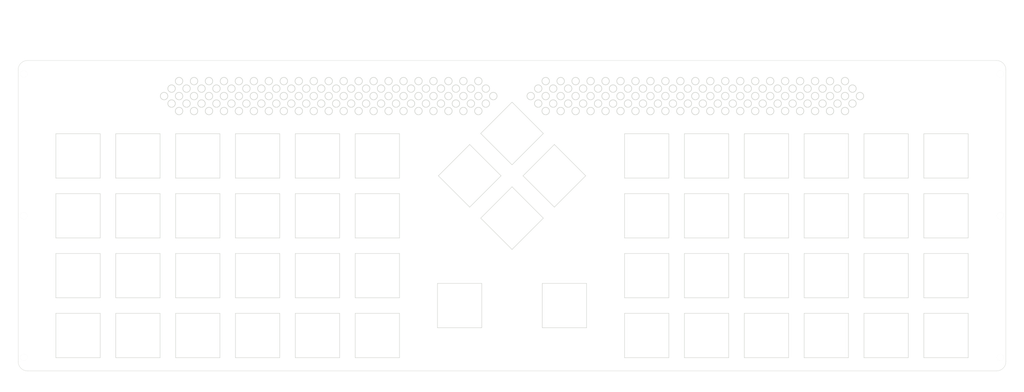
<source format=kicad_pcb>
(kicad_pcb (version 20211014) (generator pcbnew)
  (layers (0 "F.Cu" signal) (31 "B.Cu" signal) (34 "B.Paste" user) (35 "F.Paste" user) (36 "B.SilkS" user "B.Silkscreen") (37 "F.SilkS" user "F.Silkscreen") (38 "B.Mask" user) (39 "F.Mask" user) (44 "Edge.Cuts" user))
  (net 0 "")
  (footprint "kbd_Hole:m2_Screw_Hole_EdgeCuts" (layer "F.Cu") (at 16.075 21.55)
    (fp_text reference "J2" hide)
    (fp_text value "Conn_01x01" hide)
    (fp_circle (center 0 0) (end 1.1 0) (layer "Edge.Cuts") (width 0.01) (fill none))
  )
  (footprint "kbd_Hole:m2_Screw_Hole_EdgeCuts" (layer "F.Cu") (at 16.075 66.65)
    (fp_text reference "J3" hide)
    (fp_text value "Conn_01x01" hide)
    (fp_circle (center 0 0) (end 1.1 0) (layer "Edge.Cuts") (width 0.01) (fill none))
  )
  (footprint "kbd_Hole:m2_Screw_Hole_EdgeCuts" (layer "F.Cu") (at 16.075 111.75)
    (fp_text reference "J4" hide)
    (fp_text value "Conn_01x01" hide)
    (fp_circle (center 0 0) (end 1.1 0) (layer "Edge.Cuts") (width 0.01) (fill none))
  )
  (footprint "kbd_Hole:m2_Screw_Hole_EdgeCuts" (layer "F.Cu") (at 326.825 21.55)
    (fp_text reference "J5" hide)
    (fp_text value "Conn_01x01" hide)
    (fp_circle (center 0 0) (end 1.1 0) (layer "Edge.Cuts") (width 0.01) (fill none))
  )
  (footprint "kbd_Hole:m2_Screw_Hole_EdgeCuts" (layer "F.Cu") (at 326.825 66.65)
    (fp_text reference "J6" hide)
    (fp_text value "Conn_01x01" hide)
    (fp_circle (center 0 0) (end 1.1 0) (layer "Edge.Cuts") (width 0.01) (fill none))
  )
  (footprint "kbd_Hole:m2_Screw_Hole_EdgeCuts" (layer "F.Cu") (at 326.825 111.75)
    (fp_text reference "J7" hide)
    (fp_text value "Conn_01x01" hide)
    (fp_circle (center 0 0) (end 1.1 0) (layer "Edge.Cuts") (width 0.01) (fill none))
  )
  (footprint "kbd_Hole:m2_Screw_Hole_Fab" (layer "F.Cu") (at 11.075 13.05)
    (fp_text reference "J8" hide)
    (fp_text value "Conn_01x01" hide)
  )
  (footprint "kbd_Hole:m2_Screw_Hole_Fab" (layer "F.Cu") (at 11.075 66.65)
    (fp_text reference "J9" hide)
    (fp_text value "Conn_01x01" hide)
  )
  (footprint "kbd_Hole:m2_Screw_Hole_Fab" (layer "F.Cu") (at 11.075 120.25)
    (fp_text reference "J10" hide)
    (fp_text value "Conn_01x01" hide)
  )
  (footprint "kbd_Hole:m2_Screw_Hole_Fab" (layer "F.Cu") (at 108.575 13.05)
    (fp_text reference "J11" hide)
    (fp_text value "Conn_01x01" hide)
  )
  (footprint "kbd_Hole:m2_Screw_Hole_Fab" (layer "F.Cu") (at 234.325 13.05)
    (fp_text reference "J12" hide)
    (fp_text value "Conn_01x01" hide)
  )
  (footprint "kbd_Hole:m2_Screw_Hole_Fab" (layer "F.Cu") (at 108.575 120.25)
    (fp_text reference "J13" hide)
    (fp_text value "Conn_01x01" hide)
  )
  (footprint "kbd_Hole:m2_Screw_Hole_Fab" (layer "F.Cu") (at 234.325 120.25)
    (fp_text reference "J14" hide)
    (fp_text value "Conn_01x01" hide)
  )
  (footprint "kbd_Hole:m2_Screw_Hole_Fab" (layer "F.Cu") (at 331.825 13.05)
    (fp_text reference "J15" hide)
    (fp_text value "Conn_01x01" hide)
  )
  (footprint "kbd_Hole:m2_Screw_Hole_Fab" (layer "F.Cu") (at 331.825 66.65)
    (fp_text reference "J16" hide)
    (fp_text value "Conn_01x01" hide)
  )
  (footprint "kbd_Hole:m2_Screw_Hole_Fab" (layer "F.Cu") (at 331.825 120.25)
    (fp_text reference "J17" hide)
    (fp_text value "Conn_01x01" hide)
  )
  (footprint "kbd_SW_Hole:SW_Hole_1u" (layer "F.Cu") (at 252.4125 47.625)
    (fp_text reference "SW36" hide)
    (fp_text value "SW_PUSH" hide)
    (fp_line (start 7.05 -7.05) (end 7.05 7.05) (layer "Edge.Cuts") (width 0.15))
    (fp_line (start -7.05 7.05) (end -7.05 -7.05) (layer "Edge.Cuts") (width 0.15))
    (fp_line (start 7.05 7.05) (end -7.05 7.05) (layer "Edge.Cuts") (width 0.15))
    (fp_line (start -7.05 -7.05) (end 7.05 -7.05) (layer "Edge.Cuts") (width 0.15))
  )
  (footprint "kbd_SW_Hole:SW_Hole_1u" (layer "F.Cu") (at 184.920385 53.951635 45)
    (fp_text reference "SW52" hide)
    (fp_text value "SW_PUSH" hide)
    (fp_line (start -7.05 7.05) (end -7.05 -7.05) (layer "Edge.Cuts") (width 0.15))
    (fp_line (start -7.05 -7.05) (end 7.05 -7.05) (layer "Edge.Cuts") (width 0.15))
    (fp_line (start 7.05 -7.05) (end 7.05 7.05) (layer "Edge.Cuts") (width 0.15))
    (fp_line (start 7.05 7.05) (end -7.05 7.05) (layer "Edge.Cuts") (width 0.15))
  )
  (footprint "kbd_SW_Hole:SW_Hole_1u" (layer "F.Cu") (at 52.3875 47.625)
    (fp_text reference "SW5" hide)
    (fp_text value "SW_PUSH" hide)
    (fp_line (start 7.05 7.05) (end -7.05 7.05) (layer "Edge.Cuts") (width 0.15))
    (fp_line (start -7.05 7.05) (end -7.05 -7.05) (layer "Edge.Cuts") (width 0.15))
    (fp_line (start -7.05 -7.05) (end 7.05 -7.05) (layer "Edge.Cuts") (width 0.15))
    (fp_line (start 7.05 -7.05) (end 7.05 7.05) (layer "Edge.Cuts") (width 0.15))
  )
  (footprint "kbd_SW_Hole:SW_Hole_1u" (layer "F.Cu") (at 290.5125 47.625)
    (fp_text reference "SW44" hide)
    (fp_text value "SW_PUSH" hide)
    (fp_line (start 7.05 7.05) (end -7.05 7.05) (layer "Edge.Cuts") (width 0.15))
    (fp_line (start 7.05 -7.05) (end 7.05 7.05) (layer "Edge.Cuts") (width 0.15))
    (fp_line (start -7.05 -7.05) (end 7.05 -7.05) (layer "Edge.Cuts") (width 0.15))
    (fp_line (start -7.05 7.05) (end -7.05 -7.05) (layer "Edge.Cuts") (width 0.15))
  )
  (footprint "kbd_SW_Hole:SW_Hole_1u" (layer "F.Cu") (at 214.3125 85.725)
    (fp_text reference "SW30" hide)
    (fp_text value "SW_PUSH" hide)
    (fp_line (start -7.05 -7.05) (end 7.05 -7.05) (layer "Edge.Cuts") (width 0.15))
    (fp_line (start 7.05 7.05) (end -7.05 7.05) (layer "Edge.Cuts") (width 0.15))
    (fp_line (start 7.05 -7.05) (end 7.05 7.05) (layer "Edge.Cuts") (width 0.15))
    (fp_line (start -7.05 7.05) (end -7.05 -7.05) (layer "Edge.Cuts") (width 0.15))
  )
  (footprint "kbd_SW_Hole:SW_Hole_1u" (layer "F.Cu") (at 109.5375 85.725)
    (fp_text reference "SW19" hide)
    (fp_text value "SW_PUSH" hide)
    (fp_line (start 7.05 7.05) (end -7.05 7.05) (layer "Edge.Cuts") (width 0.15))
    (fp_line (start 7.05 -7.05) (end 7.05 7.05) (layer "Edge.Cuts") (width 0.15))
    (fp_line (start -7.05 -7.05) (end 7.05 -7.05) (layer "Edge.Cuts") (width 0.15))
    (fp_line (start -7.05 7.05) (end -7.05 -7.05) (layer "Edge.Cuts") (width 0.15))
  )
  (footprint "kbd_SW_Hole:SW_Hole_1u" (layer "F.Cu") (at 33.3375 85.725)
    (fp_text reference "SW3" hide)
    (fp_text value "SW_PUSH" hide)
    (fp_line (start -7.05 -7.05) (end 7.05 -7.05) (layer "Edge.Cuts") (width 0.15))
    (fp_line (start -7.05 7.05) (end -7.05 -7.05) (layer "Edge.Cuts") (width 0.15))
    (fp_line (start 7.05 -7.05) (end 7.05 7.05) (layer "Edge.Cuts") (width 0.15))
    (fp_line (start 7.05 7.05) (end -7.05 7.05) (layer "Edge.Cuts") (width 0.15))
  )
  (footprint "kbd_SW_Hole:SW_Hole_1u" (layer "F.Cu") (at 271.4625 85.725)
    (fp_text reference "SW42" hide)
    (fp_text value "SW_PUSH" hide)
    (fp_line (start 7.05 7.05) (end -7.05 7.05) (layer "Edge.Cuts") (width 0.15))
    (fp_line (start -7.05 7.05) (end -7.05 -7.05) (layer "Edge.Cuts") (width 0.15))
    (fp_line (start 7.05 -7.05) (end 7.05 7.05) (layer "Edge.Cuts") (width 0.15))
    (fp_line (start -7.05 -7.05) (end 7.05 -7.05) (layer "Edge.Cuts") (width 0.15))
  )
  (footprint "kbd_SW_Hole:SW_Hole_1u" (layer "F.Cu") (at 252.4125 85.725)
    (fp_text reference "SW38" hide)
    (fp_text value "SW_PUSH" hide)
    (fp_line (start -7.05 -7.05) (end 7.05 -7.05) (layer "Edge.Cuts") (width 0.15))
    (fp_line (start 7.05 -7.05) (end 7.05 7.05) (layer "Edge.Cuts") (width 0.15))
    (fp_line (start 7.05 7.05) (end -7.05 7.05) (layer "Edge.Cuts") (width 0.15))
    (fp_line (start -7.05 7.05) (end -7.05 -7.05) (layer "Edge.Cuts") (width 0.15))
  )
  (footprint "kbd_SW_Hole:SW_Hole_1u" (layer "F.Cu") (at 71.4375 66.675)
    (fp_text reference "SW10" hide)
    (fp_text value "SW_PUSH" hide)
    (fp_line (start -7.05 7.05) (end -7.05 -7.05) (layer "Edge.Cuts") (width 0.15))
    (fp_line (start -7.05 -7.05) (end 7.05 -7.05) (layer "Edge.Cuts") (width 0.15))
    (fp_line (start 7.05 -7.05) (end 7.05 7.05) (layer "Edge.Cuts") (width 0.15))
    (fp_line (start 7.05 7.05) (end -7.05 7.05) (layer "Edge.Cuts") (width 0.15))
  )
  (footprint "kbd_SW_Hole:SW_Hole_1u" (layer "F.Cu") (at 252.4125 104.775)
    (fp_text reference "SW39" hide)
    (fp_text value "SW_PUSH" hide)
    (fp_line (start -7.05 -7.05) (end 7.05 -7.05) (layer "Edge.Cuts") (width 0.15))
    (fp_line (start 7.05 7.05) (end -7.05 7.05) (layer "Edge.Cuts") (width 0.15))
    (fp_line (start 7.05 -7.05) (end 7.05 7.05) (layer "Edge.Cuts") (width 0.15))
    (fp_line (start -7.05 7.05) (end -7.05 -7.05) (layer "Edge.Cuts") (width 0.15))
  )
  (footprint "kbd_SW_Hole:SW_Hole_1u" (layer "F.Cu") (at 128.5875 66.675)
    (fp_text reference "SW22" hide)
    (fp_text value "SW_PUSH" hide)
    (fp_line (start 7.05 7.05) (end -7.05 7.05) (layer "Edge.Cuts") (width 0.15))
    (fp_line (start -7.05 -7.05) (end 7.05 -7.05) (layer "Edge.Cuts") (width 0.15))
    (fp_line (start 7.05 -7.05) (end 7.05 7.05) (layer "Edge.Cuts") (width 0.15))
    (fp_line (start -7.05 7.05) (end -7.05 -7.05) (layer "Edge.Cuts") (width 0.15))
  )
  (footprint "kbd_SW_Hole:SW_Hole_1u" (layer "F.Cu") (at 90.4875 104.775)
    (fp_text reference "SW16" hide)
    (fp_text value "SW_PUSH" hide)
    (fp_line (start -7.05 7.05) (end -7.05 -7.05) (layer "Edge.Cuts") (width 0.15))
    (fp_line (start 7.05 7.05) (end -7.05 7.05) (layer "Edge.Cuts") (width 0.15))
    (fp_line (start 7.05 -7.05) (end 7.05 7.05) (layer "Edge.Cuts") (width 0.15))
    (fp_line (start -7.05 -7.05) (end 7.05 -7.05) (layer "Edge.Cuts") (width 0.15))
  )
  (footprint "kbd_SW_Hole:SW_Hole_1u" (layer "F.Cu") (at 290.5125 85.725)
    (fp_text reference "SW46" hide)
    (fp_text value "SW_PUSH" hide)
    (fp_line (start -7.05 -7.05) (end 7.05 -7.05) (layer "Edge.Cuts") (width 0.15))
    (fp_line (start 7.05 -7.05) (end 7.05 7.05) (layer "Edge.Cuts") (width 0.15))
    (fp_line (start -7.05 7.05) (end -7.05 -7.05) (layer "Edge.Cuts") (width 0.15))
    (fp_line (start 7.05 7.05) (end -7.05 7.05) (layer "Edge.Cuts") (width 0.15))
  )
  (footprint "kbd_SW_Hole:SW_Hole_1u" (layer "F.Cu") (at 71.4375 47.625)
    (fp_text reference "SW09" hide)
    (fp_text value "SW_PUSH" hide)
    (fp_line (start 7.05 -7.05) (end 7.05 7.05) (layer "Edge.Cuts") (width 0.15))
    (fp_line (start 7.05 7.05) (end -7.05 7.05) (layer "Edge.Cuts") (width 0.15))
    (fp_line (start -7.05 7.05) (end -7.05 -7.05) (layer "Edge.Cuts") (width 0.15))
    (fp_line (start -7.05 -7.05) (end 7.05 -7.05) (layer "Edge.Cuts") (width 0.15))
  )
  (footprint "kbd_SW_Hole:SW_Hole_1u" (layer "F.Cu") (at 233.3625 47.625)
    (fp_text reference "SW32" hide)
    (fp_text value "SW_PUSH" hide)
    (fp_line (start 7.05 -7.05) (end 7.05 7.05) (layer "Edge.Cuts") (width 0.15))
    (fp_line (start 7.05 7.05) (end -7.05 7.05) (layer "Edge.Cuts") (width 0.15))
    (fp_line (start -7.05 -7.05) (end 7.05 -7.05) (layer "Edge.Cuts") (width 0.15))
    (fp_line (start -7.05 7.05) (end -7.05 -7.05) (layer "Edge.Cuts") (width 0.15))
  )
  (footprint "kbd_SW_Hole:SW_Hole_1u" (layer "F.Cu") (at 309.5625 85.725)
    (fp_text reference "SW50" hide)
    (fp_text value "SW_PUSH" hide)
    (fp_line (start 7.05 7.05) (end -7.05 7.05) (layer "Edge.Cuts") (width 0.15))
    (fp_line (start -7.05 -7.05) (end 7.05 -7.05) (layer "Edge.Cuts") (width 0.15))
    (fp_line (start -7.05 7.05) (end -7.05 -7.05) (layer "Edge.Cuts") (width 0.15))
    (fp_line (start 7.05 -7.05) (end 7.05 7.05) (layer "Edge.Cuts") (width 0.15))
  )
  (footprint "kbd_SW_Hole:SW_Hole_1u" (layer "F.Cu") (at 309.5625 104.775)
    (fp_text reference "SW51" hide)
    (fp_text value "SW_PUSH" hide)
    (fp_line (start 7.05 -7.05) (end 7.05 7.05) (layer "Edge.Cuts") (width 0.15))
    (fp_line (start -7.05 -7.05) (end 7.05 -7.05) (layer "Edge.Cuts") (width 0.15))
    (fp_line (start 7.05 7.05) (end -7.05 7.05) (layer "Edge.Cuts") (width 0.15))
    (fp_line (start -7.05 7.05) (end -7.05 -7.05) (layer "Edge.Cuts") (width 0.15))
  )
  (footprint "kbd_SW_Hole:SW_Hole_1u" (layer "F.Cu") (at 233.3625 66.675)
    (fp_text reference "SW33" hide)
    (fp_text value "SW_PUSH" hide)
    (fp_line (start 7.05 -7.05) (end 7.05 7.05) (layer "Edge.Cuts") (width 0.15))
    (fp_line (start 7.05 7.05) (end -7.05 7.05) (layer "Edge.Cuts") (width 0.15))
    (fp_line (start -7.05 7.05) (end -7.05 -7.05) (layer "Edge.Cuts") (width 0.15))
    (fp_line (start -7.05 -7.05) (end 7.05 -7.05) (layer "Edge.Cuts") (width 0.15))
  )
  (footprint "kbd_SW_Hole:SW_Hole_1u" (layer "F.Cu") (at 233.3625 104.775)
    (fp_text reference "SW35" hide)
    (fp_text value "SW_PUSH" hide)
    (fp_line (start 7.05 -7.05) (end 7.05 7.05) (layer "Edge.Cuts") (width 0.15))
    (fp_line (start -7.05 7.05) (end -7.05 -7.05) (layer "Edge.Cuts") (width 0.15))
    (fp_line (start -7.05 -7.05) (end 7.05 -7.05) (layer "Edge.Cuts") (width 0.15))
    (fp_line (start 7.05 7.05) (end -7.05 7.05) (layer "Edge.Cuts") (width 0.15))
  )
  (footprint "kbd_SW_Hole:SW_Hole_1u" (layer "F.Cu") (at 33.3375 47.625)
    (fp_text reference "SW1" hide)
    (fp_text value "SW_PUSH" hide)
    (fp_line (start 7.05 -7.05) (end 7.05 7.05) (layer "Edge.Cuts") (width 0.15))
    (fp_line (start -7.05 -7.05) (end 7.05 -7.05) (layer "Edge.Cuts") (width 0.15))
    (fp_line (start -7.05 7.05) (end -7.05 -7.05) (layer "Edge.Cuts") (width 0.15))
    (fp_line (start 7.05 7.05) (end -7.05 7.05) (layer "Edge.Cuts") (width 0.15))
  )
  (footprint "kbd_SW_Hole:SW_Hole_1u" (layer "F.Cu") (at 154.78125 95.25)
    (fp_text reference "SW27" hide)
    (fp_text value "SW_PUSH" hide)
    (fp_line (start 7.05 -7.05) (end 7.05 7.05) (layer "Edge.Cuts") (width 0.15))
    (fp_line (start -7.05 -7.05) (end 7.05 -7.05) (layer "Edge.Cuts") (width 0.15))
    (fp_line (start 7.05 7.05) (end -7.05 7.05) (layer "Edge.Cuts") (width 0.15))
    (fp_line (start -7.05 7.05) (end -7.05 -7.05) (layer "Edge.Cuts") (width 0.15))
  )
  (footprint "kbd_SW_Hole:SW_Hole_1u" (layer "F.Cu") (at 188.11875 95.25)
    (fp_text reference "SW54" hide)
    (fp_text value "SW_PUSH" hide)
    (fp_line (start -7.05 -7.05) (end 7.05 -7.05) (layer "Edge.Cuts") (width 0.15))
    (fp_line (start 7.05 7.05) (end -7.05 7.05) (layer "Edge.Cuts") (width 0.15))
    (fp_line (start 7.05 -7.05) (end 7.05 7.05) (layer "Edge.Cuts") (width 0.15))
    (fp_line (start -7.05 7.05) (end -7.05 -7.05) (layer "Edge.Cuts") (width 0.15))
  )
  (footprint "kbd_SW_Hole:SW_Hole_1u" (layer "F.Cu") (at 52.3875 85.725)
    (fp_text reference "SW7" hide)
    (fp_text value "SW_PUSH" hide)
    (fp_line (start 7.05 -7.05) (end 7.05 7.05) (layer "Edge.Cuts") (width 0.15))
    (fp_line (start -7.05 -7.05) (end 7.05 -7.05) (layer "Edge.Cuts") (width 0.15))
    (fp_line (start 7.05 7.05) (end -7.05 7.05) (layer "Edge.Cuts") (width 0.15))
    (fp_line (start -7.05 7.05) (end -7.05 -7.05) (layer "Edge.Cuts") (width 0.15))
  )
  (footprint "kbd_SW_Hole:SW_Hole_1u" (layer "F.Cu") (at 271.4625 47.625)
    (fp_text reference "SW40" hide)
    (fp_text value "SW_PUSH" hide)
    (fp_line (start -7.05 -7.05) (end 7.05 -7.05) (layer "Edge.Cuts") (width 0.15))
    (fp_line (start -7.05 7.05) (end -7.05 -7.05) (layer "Edge.Cuts") (width 0.15))
    (fp_line (start 7.05 -7.05) (end 7.05 7.05) (layer "Edge.Cuts") (width 0.15))
    (fp_line (start 7.05 7.05) (end -7.05 7.05) (layer "Edge.Cuts") (width 0.15))
  )
  (footprint "kbd_SW_Hole:SW_Hole_1u" (layer "F.Cu") (at 309.5625 66.675)
    (fp_text reference "SW49" hide)
    (fp_text value "SW_PUSH" hide)
    (fp_line (start -7.05 7.05) (end -7.05 -7.05) (layer "Edge.Cuts") (width 0.15))
    (fp_line (start -7.05 -7.05) (end 7.05 -7.05) (layer "Edge.Cuts") (width 0.15))
    (fp_line (start 7.05 -7.05) (end 7.05 7.05) (layer "Edge.Cuts") (width 0.15))
    (fp_line (start 7.05 7.05) (end -7.05 7.05) (layer "Edge.Cuts") (width 0.15))
  )
  (footprint "kbd_SW_Hole:SW_Hole_1u" (layer "F.Cu") (at 171.45 40.48125 45)
    (fp_text reference "SW25" hide)
    (fp_text value "SW_PUSH" hide)
    (fp_line (start 7.05 -7.05) (end 7.05 7.05) (layer "Edge.Cuts") (width 0.15))
    (fp_line (start 7.05 7.05) (end -7.05 7.05) (layer "Edge.Cuts") (width 0.15))
    (fp_line (start -7.05 7.05) (end -7.05 -7.05) (layer "Edge.Cuts") (width 0.15))
    (fp_line (start -7.05 -7.05) (end 7.05 -7.05) (layer "Edge.Cuts") (width 0.15))
  )
  (footprint "kbd_SW_Hole:SW_Hole_1u" (layer "F.Cu") (at 128.5875 47.625)
    (fp_text reference "SW21" hide)
    (fp_text value "SW_PUSH" hide)
    (fp_line (start -7.05 -7.05) (end 7.05 -7.05) (layer "Edge.Cuts") (width 0.15))
    (fp_line (start 7.05 -7.05) (end 7.05 7.05) (layer "Edge.Cuts") (width 0.15))
    (fp_line (start 7.05 7.05) (end -7.05 7.05) (layer "Edge.Cuts") (width 0.15))
    (fp_line (start -7.05 7.05) (end -7.05 -7.05) (layer "Edge.Cuts") (width 0.15))
  )
  (footprint "kbd_SW_Hole:SW_Hole_1u" (layer "F.Cu") (at 109.5375 104.775)
    (fp_text reference "SW20" hide)
    (fp_text value "SW_PUSH" hide)
    (fp_line (start -7.05 7.05) (end -7.05 -7.05) (layer "Edge.Cuts") (width 0.15))
    (fp_line (start 7.05 7.05) (end -7.05 7.05) (layer "Edge.Cuts") (width 0.15))
    (fp_line (start -7.05 -7.05) (end 7.05 -7.05) (layer "Edge.Cuts") (width 0.15))
    (fp_line (start 7.05 -7.05) (end 7.05 7.05) (layer "Edge.Cuts") (width 0.15))
  )
  (footprint "kbd_SW_Hole:SW_Hole_1u" (layer "F.Cu") (at 52.3875 66.675)
    (fp_text reference "SW6" hide)
    (fp_text value "SW_PUSH" hide)
    (fp_line (start 7.05 -7.05) (end 7.05 7.05) (layer "Edge.Cuts") (width 0.15))
    (fp_line (start 7.05 7.05) (end -7.05 7.05) (layer "Edge.Cuts") (width 0.15))
    (fp_line (start -7.05 -7.05) (end 7.05 -7.05) (layer "Edge.Cuts") (width 0.15))
    (fp_line (start -7.05 7.05) (end -7.05 -7.05) (layer "Edge.Cuts") (width 0.15))
  )
  (footprint "kbd_SW_Hole:SW_Hole_1u" (layer "F.Cu") (at 109.5375 66.675)
    (fp_text reference "SW18" hide)
    (fp_text value "SW_PUSH" hide)
    (fp_line (start 7.05 7.05) (end -7.05 7.05) (layer "Edge.Cuts") (width 0.15))
    (fp_line (start 7.05 -7.05) (end 7.05 7.05) (layer "Edge.Cuts") (width 0.15))
    (fp_line (start -7.05 7.05) (end -7.05 -7.05) (layer "Edge.Cuts") (width 0.15))
    (fp_line (start -7.05 -7.05) (end 7.05 -7.05) (layer "Edge.Cuts") (width 0.15))
  )
  (footprint "kbd_SW_Hole:SW_Hole_1u" (layer "F.Cu") (at 157.979616 53.951635 45)
    (fp_text reference "SW26" hide)
    (fp_text value "SW_PUSH" hide)
    (fp_line (start 7.05 7.05) (end -7.05 7.05) (layer "Edge.Cuts") (width 0.15))
    (fp_line (start -7.05 -7.05) (end 7.05 -7.05) (layer "Edge.Cuts") (width 0.15))
    (fp_line (start -7.05 7.05) (end -7.05 -7.05) (layer "Edge.Cuts") (width 0.15))
    (fp_line (start 7.05 -7.05) (end 7.05 7.05) (layer "Edge.Cuts") (width 0.15))
  )
  (footprint "kbd_SW_Hole:SW_Hole_1u" (layer "F.Cu") (at 214.3125 47.625)
    (fp_text reference "SW28" hide)
    (fp_text value "SW_PUSH" hide)
    (fp_line (start -7.05 7.05) (end -7.05 -7.05) (layer "Edge.Cuts") (width 0.15))
    (fp_line (start -7.05 -7.05) (end 7.05 -7.05) (layer "Edge.Cuts") (width 0.15))
    (fp_line (start 7.05 -7.05) (end 7.05 7.05) (layer "Edge.Cuts") (width 0.15))
    (fp_line (start 7.05 7.05) (end -7.05 7.05) (layer "Edge.Cuts") (width 0.15))
  )
  (footprint "kbd_SW_Hole:SW_Hole_1u" (layer "F.Cu") (at 71.4375 85.725)
    (fp_text reference "SW11" hide)
    (fp_text value "SW_PUSH" hide)
    (fp_line (start 7.05 7.05) (end -7.05 7.05) (layer "Edge.Cuts") (width 0.15))
    (fp_line (start 7.05 -7.05) (end 7.05 7.05) (layer "Edge.Cuts") (width 0.15))
    (fp_line (start -7.05 -7.05) (end 7.05 -7.05) (layer "Edge.Cuts") (width 0.15))
    (fp_line (start -7.05 7.05) (end -7.05 -7.05) (layer "Edge.Cuts") (width 0.15))
  )
  (footprint "kbd_SW_Hole:SW_Hole_1u" (layer "F.Cu") (at 252.4125 66.675)
    (fp_text reference "SW37" hide)
    (fp_text value "SW_PUSH" hide)
    (fp_line (start -7.05 7.05) (end -7.05 -7.05) (layer "Edge.Cuts") (width 0.15))
    (fp_line (start 7.05 7.05) (end -7.05 7.05) (layer "Edge.Cuts") (width 0.15))
    (fp_line (start 7.05 -7.05) (end 7.05 7.05) (layer "Edge.Cuts") (width 0.15))
    (fp_line (start -7.05 -7.05) (end 7.05 -7.05) (layer "Edge.Cuts") (width 0.15))
  )
  (footprint "kbd_SW_Hole:SW_Hole_1u" (layer "F.Cu") (at 271.4625 104.775)
    (fp_text reference "SW43" hide)
    (fp_text value "SW_PUSH" hide)
    (fp_line (start -7.05 7.05) (end -7.05 -7.05) (layer "Edge.Cuts") (width 0.15))
    (fp_line (start -7.05 -7.05) (end 7.05 -7.05) (layer "Edge.Cuts") (width 0.15))
    (fp_line (start 7.05 7.05) (end -7.05 7.05) (layer "Edge.Cuts") (width 0.15))
    (fp_line (start 7.05 -7.05) (end 7.05 7.05) (layer "Edge.Cuts") (width 0.15))
  )
  (footprint "kbd_SW_Hole:SW_Hole_1u" (layer "F.Cu") (at 290.5125 66.675)
    (fp_text reference "SW45" hide)
    (fp_text value "SW_PUSH" hide)
    (fp_line (start -7.05 -7.05) (end 7.05 -7.05) (layer "Edge.Cuts") (width 0.15))
    (fp_line (start 7.05 -7.05) (end 7.05 7.05) (layer "Edge.Cuts") (width 0.15))
    (fp_line (start -7.05 7.05) (end -7.05 -7.05) (layer "Edge.Cuts") (width 0.15))
    (fp_line (start 7.05 7.05) (end -7.05 7.05) (layer "Edge.Cuts") (width 0.15))
  )
  (footprint "kbd_SW_Hole:SW_Hole_1u" (layer "F.Cu") (at 290.5125 104.775)
    (fp_text reference "SW47" hide)
    (fp_text value "SW_PUSH" hide)
    (fp_line (start 7.05 -7.05) (end 7.05 7.05) (layer "Edge.Cuts") (width 0.15))
    (fp_line (start -7.05 7.05) (end -7.05 -7.05) (layer "Edge.Cuts") (width 0.15))
    (fp_line (start -7.05 -7.05) (end 7.05 -7.05) (layer "Edge.Cuts") (width 0.15))
    (fp_line (start 7.05 7.05) (end -7.05 7.05) (layer "Edge.Cuts") (width 0.15))
  )
  (footprint "kbd_SW_Hole:SW_Hole_1u" (layer "F.Cu") (at 71.4375 104.775)
    (fp_text reference "SW12" hide)
    (fp_text value "SW_PUSH" hide)
    (fp_line (start -7.05 -7.05) (end 7.05 -7.05) (layer "Edge.Cuts") (width 0.15))
    (fp_line (start 7.05 7.05) (end -7.05 7.05) (layer "Edge.Cuts") (width 0.15))
    (fp_line (start 7.05 -7.05) (end 7.05 7.05) (layer "Edge.Cuts") (width 0.15))
    (fp_line (start -7.05 7.05) (end -7.05 -7.05) (layer "Edge.Cuts") (width 0.15))
  )
  (footprint "kbd_SW_Hole:SW_Hole_1u" (layer "F.Cu") (at 214.3125 104.775)
    (fp_text reference "SW31" hide)
    (fp_text value "SW_PUSH" hide)
    (fp_line (start -7.05 -7.05) (end 7.05 -7.05) (layer "Edge.Cuts") (width 0.15))
    (fp_line (start -7.05 7.05) (end -7.05 -7.05) (layer "Edge.Cuts") (width 0.15))
    (fp_line (start 7.05 7.05) (end -7.05 7.05) (layer "Edge.Cuts") (width 0.15))
    (fp_line (start 7.05 -7.05) (end 7.05 7.05) (layer "Edge.Cuts") (width 0.15))
  )
  (footprint "kbd_SW_Hole:SW_Hole_1u" (layer "F.Cu") (at 309.5625 47.625)
    (fp_text reference "SW48" hide)
    (fp_text value "SW_PUSH" hide)
    (fp_line (start -7.05 7.05) (end -7.05 -7.05) (layer "Edge.Cuts") (width 0.15))
    (fp_line (start -7.05 -7.05) (end 7.05 -7.05) (layer "Edge.Cuts") (width 0.15))
    (fp_line (start 7.05 -7.05) (end 7.05 7.05) (layer "Edge.Cuts") (width 0.15))
    (fp_line (start 7.05 7.05) (end -7.05 7.05) (layer "Edge.Cuts") (width 0.15))
  )
  (footprint "kbd_SW_Hole:SW_Hole_1u" (layer "F.Cu") (at 90.4875 66.675)
    (fp_text reference "SW14" hide)
    (fp_text value "SW_PUSH" hide)
    (fp_line (start -7.05 -7.05) (end 7.05 -7.05) (layer "Edge.Cuts") (width 0.15))
    (fp_line (start 7.05 7.05) (end -7.05 7.05) (layer "Edge.Cuts") (width 0.15))
    (fp_line (start -7.05 7.05) (end -7.05 -7.05) (layer "Edge.Cuts") (width 0.15))
    (fp_line (start 7.05 -7.05) (end 7.05 7.05) (layer "Edge.Cuts") (width 0.15))
  )
  (footprint "kbd_SW_Hole:SW_Hole_1u" (layer "F.Cu") (at 214.3125 66.675)
    (fp_text reference "SW29" hide)
    (fp_text value "SW_PUSH" hide)
    (fp_line (start 7.05 -7.05) (end 7.05 7.05) (layer "Edge.Cuts") (width 0.15))
    (fp_line (start 7.05 7.05) (end -7.05 7.05) (layer "Edge.Cuts") (width 0.15))
    (fp_line (start -7.05 7.05) (end -7.05 -7.05) (layer "Edge.Cuts") (width 0.15))
    (fp_line (start -7.05 -7.05) (end 7.05 -7.05) (layer "Edge.Cuts") (width 0.15))
  )
  (footprint "kbd_SW_Hole:SW_Hole_1u" (layer "F.Cu") (at 109.5375 47.625)
    (fp_text reference "SW17" hide)
    (fp_text value "SW_PUSH" hide)
    (fp_line (start 7.05 -7.05) (end 7.05 7.05) (layer "Edge.Cuts") (width 0.15))
    (fp_line (start -7.05 -7.05) (end 7.05 -7.05) (layer "Edge.Cuts") (width 0.15))
    (fp_line (start -7.05 7.05) (end -7.05 -7.05) (layer "Edge.Cuts") (width 0.15))
    (fp_line (start 7.05 7.05) (end -7.05 7.05) (layer "Edge.Cuts") (width 0.15))
  )
  (footprint "kbd_SW_Hole:SW_Hole_1u" (layer "F.Cu") (at 90.4875 85.725)
    (fp_text reference "SW15" hide)
    (fp_text value "SW_PUSH" hide)
    (fp_line (start 7.05 7.05) (end -7.05 7.05) (layer "Edge.Cuts") (width 0.15))
    (fp_line (start -7.05 7.05) (end -7.05 -7.05) (layer "Edge.Cuts") (width 0.15))
    (fp_line (start 7.05 -7.05) (end 7.05 7.05) (layer "Edge.Cuts") (width 0.15))
    (fp_line (start -7.05 -7.05) (end 7.05 -7.05) (layer "Edge.Cuts") (width 0.15))
  )
  (footprint "kbd_SW_Hole:SW_Hole_1u" (layer "F.Cu") (at 128.5875 85.725)
    (fp_text reference "SW23" hide)
    (fp_text value "SW_PUSH" hide)
    (fp_line (start -7.05 7.05) (end -7.05 -7.05) (layer "Edge.Cuts") (width 0.15))
    (fp_line (start 7.05 7.05) (end -7.05 7.05) (layer "Edge.Cuts") (width 0.15))
    (fp_line (start -7.05 -7.05) (end 7.05 -7.05) (layer "Edge.Cuts") (width 0.15))
    (fp_line (start 7.05 -7.05) (end 7.05 7.05) (layer "Edge.Cuts") (width 0.15))
  )
  (footprint "kbd_SW_Hole:SW_Hole_1u" (layer "F.Cu") (at 33.3375 66.675)
    (fp_text reference "SW2" hide)
    (fp_text value "SW_PUSH" hide)
    (fp_line (start 7.05 -7.05) (end 7.05 7.05) (layer "Edge.Cuts") (width 0.15))
    (fp_line (start -7.05 7.05) (end -7.05 -7.05) (layer "Edge.Cuts") (width 0.15))
    (fp_line (start 7.05 7.05) (end -7.05 7.05) (layer "Edge.Cuts") (width 0.15))
    (fp_line (start -7.05 -7.05) (end 7.05 -7.05) (layer "Edge.Cuts") (width 0.15))
  )
  (footprint "kbd_SW_Hole:SW_Hole_1u" (layer "F.Cu") (at 128.5875 104.775)
    (fp_text reference "SW24" hide)
    (fp_text value "SW_PUSH" hide)
    (fp_line (start -7.05 7.05) (end -7.05 -7.05) (layer "Edge.Cuts") (width 0.15))
    (fp_line (start 7.05 7.05) (end -7.05 7.05) (layer "Edge.Cuts") (width 0.15))
    (fp_line (start 7.05 -7.05) (end 7.05 7.05) (layer "Edge.Cuts") (width 0.15))
    (fp_line (start -7.05 -7.05) (end 7.05 -7.05) (layer "Edge.Cuts") (width 0.15))
  )
  (footprint "kbd_SW_Hole:SW_Hole_1u" (layer "F.Cu") (at 33.3375 104.775)
    (fp_text reference "SW4" hide)
    (fp_text value "SW_PUSH" hide)
    (fp_line (start -7.05 7.05) (end -7.05 -7.05) (layer "Edge.Cuts") (width 0.15))
    (fp_line (start 7.05 -7.05) (end 7.05 7.05) (layer "Edge.Cuts") (width 0.15))
    (fp_line (start -7.05 -7.05) (end 7.05 -7.05) (layer "Edge.Cuts") (width 0.15))
    (fp_line (start 7.05 7.05) (end -7.05 7.05) (layer "Edge.Cuts") (width 0.15))
  )
  (footprint "kbd_SW_Hole:SW_Hole_1u" (layer "F.Cu") (at 90.4875 47.625)
    (fp_text reference "SW13" hide)
    (fp_text value "SW_PUSH" hide)
    (fp_line (start -7.05 7.05) (end -7.05 -7.05) (layer "Edge.Cuts") (width 0.15))
    (fp_line (start 7.05 -7.05) (end 7.05 7.05) (layer "Edge.Cuts") (width 0.15))
    (fp_line (start 7.05 7.05) (end -7.05 7.05) (layer "Edge.Cuts") (width 0.15))
    (fp_line (start -7.05 -7.05) (end 7.05 -7.05) (layer "Edge.Cuts") (width 0.15))
  )
  (footprint "kbd_SW_Hole:SW_Hole_1u" (layer "F.Cu") (at 52.3875 104.775)
    (fp_text reference "SW8" hide)
    (fp_text value "SW_PUSH" hide)
    (fp_line (start -7.05 7.05) (end -7.05 -7.05) (layer "Edge.Cuts") (width 0.15))
    (fp_line (start 7.05 7.05) (end -7.05 7.05) (layer "Edge.Cuts") (width 0.15))
    (fp_line (start -7.05 -7.05) (end 7.05 -7.05) (layer "Edge.Cuts") (width 0.15))
    (fp_line (start 7.05 -7.05) (end 7.05 7.05) (layer "Edge.Cuts") (width 0.15))
  )
  (footprint "kbd_SW_Hole:SW_Hole_1u" (layer "F.Cu") (at 171.45 67.422019 45)
    (fp_text reference "SW53" hide)
    (fp_text value "SW_PUSH" hide)
    (fp_line (start 7.05 -7.05) (end 7.05 7.05) (layer "Edge.Cuts") (width 0.15))
    (fp_line (start 7.05 7.05) (end -7.05 7.05) (layer "Edge.Cuts") (width 0.15))
    (fp_line (start -7.05 7.05) (end -7.05 -7.05) (layer "Edge.Cuts") (width 0.15))
    (fp_line (start -7.05 -7.05) (end 7.05 -7.05) (layer "Edge.Cuts") (width 0.15))
  )
  (footprint "kbd_SW_Hole:SW_Hole_1u" (layer "F.Cu") (at 233.3625 85.725)
    (fp_text reference "SW34" hide)
    (fp_text value "SW_PUSH" hide)
    (fp_line (start 7.05 7.05) (end -7.05 7.05) (layer "Edge.Cuts") (width 0.15))
    (fp_line (start -7.05 7.05) (end -7.05 -7.05) (layer "Edge.Cuts") (width 0.15))
    (fp_line (start 7.05 -7.05) (end 7.05 7.05) (layer "Edge.Cuts") (width 0.15))
    (fp_line (start -7.05 -7.05) (end 7.05 -7.05) (layer "Edge.Cuts") (width 0.15))
  )
  (footprint "kbd_SW_Hole:SW_Hole_1u" (layer "F.Cu") (at 271.4625 66.675)
    (fp_text reference "SW41" hide)
    (fp_text value "SW_PUSH" hide)
    (fp_line (start 7.05 -7.05) (end 7.05 7.05) (layer "Edge.Cuts") (width 0.15))
    (fp_line (start -7.05 7.05) (end -7.05 -7.05) (layer "Edge.Cuts") (width 0.15))
    (fp_line (start -7.05 -7.05) (end 7.05 -7.05) (layer "Edge.Cuts") (width 0.15))
    (fp_line (start 7.05 7.05) (end -7.05 7.05) (layer "Edge.Cuts") (width 0.15))
  )
  (gr_arc (start 325.625 17.25) (mid 327.74632 18.12868) (end 328.625 20.25) (layer "Edge.Cuts") (width 0.1))
  (gr_arc (start 14.275 20.25) (mid 15.15368 18.12868) (end 17.275 17.25) (layer "Edge.Cuts") (width 0.1))
  (gr_arc (start 17.275 116.05) (mid 15.15368 115.17132) (end 14.275 113.05) (layer "Edge.Cuts") (width 0.1))
  (gr_circle (center 117.871875 33.3375) (end 119.0625 33.3375) (layer "Edge.Cuts") (width 0.2) (fill none))
  (gr_circle (center 141.684375 33.3375) (end 142.875 33.3375) (layer "Edge.Cuts") (width 0.2) (fill none))
  (gr_circle (center 263.128125 33.3375) (end 264.31875 33.3375) (layer "Edge.Cuts") (width 0.2) (fill none))
  (gr_circle (center 275.034375 26.19375) (end 276.225 26.19375) (layer "Edge.Cuts") (width 0.2) (fill none))
  (gr_circle (center 215.503125 23.8125) (end 216.69375 23.8125) (layer "Edge.Cuts") (width 0.2) (fill none))
  (gr_circle (center 144.065625 30.95625) (end 145.25625 30.95625) (layer "Edge.Cuts") (width 0.2) (fill none))
  (gr_circle (center 108.346875 23.8125) (end 109.5375 23.8125) (layer "Edge.Cuts") (width 0.2) (fill none))
  (gr_circle (center 210.740625 23.8125) (end 211.93125 23.8125) (layer "Edge.Cuts") (width 0.2) (fill none))
  (gr_circle (center 122.634375 33.3375) (end 123.825 33.3375) (layer "Edge.Cuts") (width 0.2) (fill none))
  (gr_circle (center 153.590625 26.19375) (end 154.78125 26.19375) (layer "Edge.Cuts") (width 0.2) (fill none))
  (gr_circle (center 227.409375 30.95625) (end 228.6 30.95625) (layer "Edge.Cuts") (width 0.2) (fill none))
  (gr_circle (center 279.796875 26.19375) (end 280.9875 26.19375) (layer "Edge.Cuts") (width 0.2) (fill none))
  (gr_circle (center 117.871875 23.8125) (end 119.0625 23.8125) (layer "Edge.Cuts") (width 0.2) (fill none))
  (gr_circle (center 163.115625 26.19375) (end 164.30625 26.19375) (layer "Edge.Cuts") (width 0.2) (fill none))
  (gr_circle (center 229.790625 33.3375) (end 230.98125 33.3375) (layer "Edge.Cuts") (width 0.2) (fill none))
  (gr_circle (center 82.153125 30.95625) (end 83.34375 30.95625) (layer "Edge.Cuts") (width 0.2) (fill none))
  (gr_circle (center 163.115625 30.95625) (end 164.30625 30.95625) (layer "Edge.Cuts") (width 0.2) (fill none))
  (gr_circle (center 248.840625 33.3375) (end 250.03125 33.3375) (layer "Edge.Cuts") (width 0.2) (fill none))
  (gr_circle (center 258.365625 28.575) (end 259.55625 28.575) (layer "Edge.Cuts") (width 0.2) (fill none))
  (gr_circle (center 196.453125 33.3375) (end 197.64375 33.3375) (layer "Edge.Cuts") (width 0.2) (fill none))
  (gr_circle (center 232.171875 26.19375) (end 233.3625 26.19375) (layer "Edge.Cuts") (width 0.2) (fill none))
  (gr_circle (center 120.253125 26.19375) (end 121.44375 26.19375) (layer "Edge.Cuts") (width 0.2) (fill none))
  (gr_line (start 325.625 17.25) (end 17.275 17.25) (layer "Edge.Cuts") (width 0.1))
  (gr_circle (center 127.396875 33.3375) (end 128.5875 33.3375) (layer "Edge.Cuts") (width 0.2) (fill none))
  (gr_circle (center 194.071875 26.19375) (end 195.2625 26.19375) (layer "Edge.Cuts") (width 0.2) (fill none))
  (gr_circle (center 79.771875 33.3375) (end 80.9625 33.3375) (layer "Edge.Cuts") (width 0.2) (fill none))
  (gr_circle (center 141.684375 28.575) (end 142.875 28.575) (layer "Edge.Cuts") (width 0.2) (fill none))
  (gr_circle (center 217.884375 30.95625) (end 219.075 30.95625) (layer "Edge.Cuts") (width 0.2) (fill none))
  (gr_circle (center 236.934375 30.95625) (end 238.125 30.95625) (layer "Edge.Cuts") (width 0.2) (fill none))
  (gr_circle (center 198.834375 26.19375) (end 200.025 26.19375) (layer "Edge.Cuts") (width 0.2) (fill none))
  (gr_circle (center 234.553125 28.575) (end 235.74375 28.575) (layer "Edge.Cuts") (width 0.2) (fill none))
  (gr_circle (center 267.890625 28.575) (end 269.08125 28.575) (layer "Edge.Cuts") (width 0.2) (fill none))
  (gr_circle (center 75.009375 33.3375) (end 76.2 33.3375) (layer "Edge.Cuts") (width 0.2) (fill none))
  (gr_circle (center 89.296875 33.3375) (end 90.4875 33.3375) (layer "Edge.Cuts") (width 0.2) (fill none))
  (gr_circle (center 60.721875 28.575) (end 61.9125 28.575) (layer "Edge.Cuts") (width 0.2) (fill none))
  (gr_circle (center 132.159375 23.8125) (end 133.35 23.8125) (layer "Edge.Cuts") (width 0.2) (fill none))
  (gr_circle (center 101.203125 26.19375) (end 102.39375 26.19375) (layer "Edge.Cuts") (width 0.2) (fill none))
  (gr_circle (center 196.453125 28.575) (end 197.64375 28.575) (layer "Edge.Cuts") (width 0.2) (fill none))
  (gr_circle (center 270.271875 26.19375) (end 271.4625 26.19375) (layer "Edge.Cuts") (width 0.2) (fill none))
  (gr_circle (center 263.128125 23.8125) (end 264.31875 23.8125) (layer "Edge.Cuts") (width 0.2) (fill none))
  (gr_circle (center 113.109375 33.3375) (end 114.3 33.3375) (layer "Edge.Cuts") (width 0.2) (fill none))
  (gr_circle (center 198.834375 30.95625) (end 200.025 30.95625) (layer "Edge.Cuts") (width 0.2) (fill none))
  (gr_circle (center 241.696875 30.95625) (end 242.8875 30.95625) (layer "Edge.Cuts") (width 0.2) (fill none))
  (gr_circle (center 103.584375 23.8125) (end 104.775 23.8125) (layer "Edge.Cuts") (width 0.2) (fill none))
  (gr_circle (center 177.403125 28.575) (end 178.59375 28.575) (layer "Edge.Cuts") (width 0.2) (fill none))
  (gr_circle (center 129.778125 26.19375) (end 130.96875 26.19375) (layer "Edge.Cuts") (width 0.2) (fill none))
  (gr_circle (center 160.734375 28.575) (end 161.925 28.575) (layer "Edge.Cuts") (width 0.2) (fill none))
  (gr_circle (center 113.109375 28.575) (end 114.3 28.575) (layer "Edge.Cuts") (width 0.2) (fill none))
  (gr_circle (center 79.771875 23.8125) (end 80.9625 23.8125) (layer "Edge.Cuts") (width 0.2) (fill none))
  (gr_circle (center 108.346875 28.575) (end 109.5375 28.575) (layer "Edge.Cuts") (width 0.2) (fill none))
  (gr_circle (center 105.965625 26.19375) (end 107.15625 26.19375) (layer "Edge.Cuts") (width 0.2) (fill none))
  (gr_circle (center 120.253125 30.95625) (end 121.44375 30.95625) (layer "Edge.Cuts") (width 0.2) (fill none))
  (gr_circle (center 201.215625 33.3375) (end 202.40625 33.3375) (layer "Edge.Cuts") (width 0.2) (fill none))
  (gr_circle (center 184.546875 26.19375) (end 185.7375 26.19375) (layer "Edge.Cuts") (width 0.2) (fill none))
  (gr_circle (center 189.309375 30.95625) (end 190.5 30.95625) (layer "Edge.Cuts") (width 0.2) (fill none))
  (gr_circle (center 248.840625 28.575) (end 250.03125 28.575) (layer "Edge.Cuts") (width 0.2) (fill none))
  (gr_circle (center 65.484375 33.3375) (end 66.675 33.3375) (layer "Edge.Cuts") (width 0.2) (fill none))
  (gr_circle (center 136.921875 33.3375) (end 138.1125 33.3375) (layer "Edge.Cuts") (width 0.2) (fill none))
  (gr_circle (center 279.796875 30.95625) (end 280.9875 30.95625) (layer "Edge.Cuts") (width 0.2) (fill none))
  (gr_circle (center 213.121875 26.19375) (end 214.3125 26.19375) (layer "Edge.Cuts") (width 0.2) (fill none))
  (gr_circle (center 244.078125 33.3375) (end 245.26875 33.3375) (layer "Edge.Cuts") (width 0.2) (fill none))
  (gr_circle (center 70.246875 23.8125) (end 71.4375 23.8125) (layer "Edge.Cuts") (width 0.2) (fill none))
  (gr_circle (center 205.978125 23.8125) (end 207.16875 23.8125) (layer "Edge.Cuts") (width 0.2) (fill none))
  (gr_circle (center 275.034375 30.95625) (end 276.225 30.95625) (layer "Edge.Cuts") (width 0.2) (fill none))
  (gr_circle (center 265.509375 26.19375) (end 266.7 26.19375) (layer "Edge.Cuts") (width 0.2) (fill none))
  (gr_circle (center 265.509375 30.95625) (end 266.7 30.95625) (layer "Edge.Cuts") (width 0.2) (fill none))
  (gr_circle (center 125.015625 30.95625) (end 126.20625 30.95625) (layer "Edge.Cuts") (width 0.2) (fill none))
  (gr_circle (center 239.315625 28.575) (end 240.50625 28.575) (layer "Edge.Cuts") (width 0.2) (fill none))
  (gr_circle (center 136.921875 23.8125) (end 138.1125 23.8125) (layer "Edge.Cuts") (width 0.2) (fill none))
  (gr_circle (center 215.503125 33.3375) (end 216.69375 33.3375) (layer "Edge.Cuts") (width 0.2) (fill none))
  (gr_circle (center 108.346875 33.3375) (end 109.5375 33.3375) (layer "Edge.Cuts") (width 0.2) (fill none))
  (gr_circle (center 91.678125 26.19375) (end 92.86875 26.19375) (layer "Edge.Cuts") (width 0.2) (fill none))
  (gr_circle (center 153.590625 30.95625) (end 154.78125 30.95625) (layer "Edge.Cuts") (width 0.2) (fill none))
  (gr_line (start 328.625 113.05) (end 328.625 20.25) (layer "Edge.Cuts") (width 0.1))
  (gr_circle (center 155.971875 23.8125) (end 157.1625 23.8125) (layer "Edge.Cuts") (width 0.2) (fill none))
  (gr_circle (center 110.728125 26.19375) (end 111.91875 26.19375) (layer "Edge.Cuts") (width 0.2) (fill none))
  (gr_circle (center 115.490625 30.95625) (end 116.68125 30.95625) (layer "Edge.Cuts") (width 0.2) (fill none))
  (gr_circle (center 139.303125 26.19375) (end 140.49375 26.19375) (layer "Edge.Cuts") (width 0.2) (fill none))
  (gr_circle (center 75.009375 28.575) (end 76.2 28.575) (layer "Edge.Cuts") (width 0.2) (fill none))
  (gr_circle (center 260.746875 26.19375) (end 261.9375 26.19375) (layer "Edge.Cuts") (width 0.2) (fill none))
  (gr_circle (center 186.928125 23.8125) (end 188.11875 23.8125) (layer "Edge.Cuts") (width 0.2) (fill none))
  (gr_circle (center 96.440625 26.19375) (end 97.63125 26.19375) (layer "Edge.Cuts") (width 0.2) (fill none))
  (gr_circle (center 160.734375 23.8125) (end 161.925 23.8125) (layer "Edge.Cuts") (width 0.2) (fill none))
  (gr_circle (center 86.915625 30.95625) (end 88.10625 30.95625) (layer "Edge.Cuts") (width 0.2) (fill none))
  (gr_circle (center 91.678125 30.95625) (end 92.86875 30.95625) (layer "Edge.Cuts") (width 0.2) (fill none))
  (gr_circle (center 277.415625 28.575) (end 278.60625 28.575) (layer "Edge.Cuts") (width 0.2) (fill none))
  (gr_circle (center 129.778125 30.95625) (end 130.96875 30.95625) (layer "Edge.Cuts") (width 0.2) (fill none))
  (gr_circle (center 234.553125 33.3375) (end 235.74375 33.3375) (layer "Edge.Cuts") (width 0.2) (fill none))
  (gr_circle (center 253.603125 23.8125) (end 254.79375 23.8125) (layer "Edge.Cuts") (width 0.2) (fill none))
  (gr_circle (center 244.078125 23.8125) (end 245.26875 23.8125) (layer "Edge.Cuts") (width 0.2) (fill none))
  (gr_circle (center 248.840625 23.8125) (end 250.03125 23.8125) (layer "Edge.Cuts") (width 0.2) (fill none))
  (gr_circle (center 86.915625 26.19375) (end 88.10625 26.19375) (layer "Edge.Cuts") (width 0.2) (fill none))
  (gr_circle (center 225.028125 23.8125) (end 226.21875 23.8125) (layer "Edge.Cuts") (width 0.2) (fill none))
  (gr_circle (center 151.209375 23.8125) (end 152.4 23.8125) (layer "Edge.Cuts") (width 0.2) (fill none))
  (gr_circle (center 110.728125 30.95625) (end 111.91875 30.95625) (layer "Edge.Cuts") (width 0.2) (fill none))
  (gr_circle (center 208.359375 30.95625) (end 209.55 30.95625) (layer "Edge.Cuts") (width 0.2) (fill none))
  (gr_circle (center 72.628125 30.95625) (end 73.81875 30.95625) (layer "Edge.Cuts") (width 0.2) (fill none))
  (gr_circle (center 191.690625 33.3375) (end 192.88125 33.3375) (layer "Edge.Cuts") (width 0.2) (fill none))
  (gr_circle (center 158.353125 30.95625) (end 159.54375 30.95625) (layer "Edge.Cuts") (width 0.2) (fill none))
  (gr_circle (center 63.103125 30.95625) (end 64.29375 30.95625) (layer "Edge.Cuts") (width 0.2) (fill none))
  (gr_circle (center 98.821875 33.3375) (end 100.0125 33.3375) (layer "Edge.Cuts") (width 0.2) (fill none))
  (gr_circle (center 203.596875 26.19375) (end 204.7875 26.19375) (layer "Edge.Cuts") (width 0.2) (fill none))
  (gr_circle (center 103.584375 28.575) (end 104.775 28.575) (layer "Edge.Cuts") (width 0.2) (fill none))
  (gr_circle (center 220.265625 28.575) (end 221.45625 28.575) (layer "Edge.Cuts") (width 0.2) (fill none))
  (gr_circle (center 277.415625 23.8125) (end 278.60625 23.8125) (layer "Edge.Cuts") (width 0.2) (fill none))
  (gr_circle (center 194.071875 30.95625) (end 195.2625 30.95625) (layer "Edge.Cuts") (width 0.2) (fill none))
  (gr_circle (center 184.546875 30.95625) (end 185.7375 30.95625) (layer "Edge.Cuts") (width 0.2) (fill none))
  (gr_circle (center 179.784375 30.95625) (end 180.975 30.95625) (layer "Edge.Cuts") (width 0.2) (fill none))
  (gr_circle (center 272.653125 33.3375) (end 273.84375 33.3375) (layer "Edge.Cuts") (width 0.2) (fill none))
  (gr_circle (center 148.828125 30.95625) (end 150.01875 30.95625) (layer "Edge.Cuts") (width 0.2) (fill none))
  (gr_circle (center 94.059375 28.575) (end 95.25 28.575) (layer "Edge.Cuts") (width 0.2) (fill none))
  (gr_circle (center 253.603125 33.3375) (end 254.79375 33.3375) (layer "Edge.Cuts") (width 0.2) (fill none))
  (gr_circle (center 182.165625 28.575) (end 183.35625 28.575) (layer "Edge.Cuts") (width 0.2) (fill none))
  (gr_circle (center 189.309375 26.19375) (end 190.5 26.19375) (layer "Edge.Cuts") (width 0.2) (fill none))
  (gr_circle (center 217.884375 26.19375) (end 219.075 26.19375) (layer "Edge.Cuts") (width 0.2) (fill none))
  (gr_circle (center 258.365625 23.8125) (end 259.55625 23.8125) (layer "Edge.Cuts") (width 0.2) (fill none))
  (gr_circle (center 234.553125 23.8125) (end 235.74375 23.8125) (layer "Edge.Cuts") (width 0.2) (fill none))
  (gr_circle (center 82.153125 26.19375) (end 83.34375 26.19375) (layer "Edge.Cuts") (width 0.2) (fill none))
  (gr_circle (center 132.159375 28.575) (end 133.35 28.575) (layer "Edge.Cuts") (width 0.2) (fill none))
  (gr_circle (center 241.696875 26.19375) (end 242.8875 26.19375) (layer "Edge.Cuts") (width 0.2) (fill none))
  (gr_circle (center 141.684375 23.8125) (end 142.875 23.8125) (layer "Edge.Cuts") (width 0.2) (fill none))
  (gr_circle (center 208.359375 26.19375) (end 209.55 26.19375) (layer "Edge.Cuts") (width 0.2) (fill none))
  (gr_circle (center 205.978125 28.575) (end 207.16875 28.575) (layer "Edge.Cuts") (width 0.2) (fill none))
  (gr_circle (center 96.440625 30.95625) (end 97.63125 30.95625) (layer "Edge.Cuts") (width 0.2) (fill none))
  (gr_circle (center 225.028125 28.575) (end 226.21875 28.575) (layer "Edge.Cuts") (width 0.2) (fill none))
  (gr_circle (center 215.503125 28.575) (end 216.69375 28.575) (layer "Edge.Cuts") (width 0.2) (fill none))
  (gr_circle (center 203.596875 30.95625) (end 204.7875 30.95625) (layer "Edge.Cuts") (width 0.2) (fill none))
  (gr_circle (center 98.821875 23.8125) (end 100.0125 23.8125) (layer "Edge.Cuts") (width 0.2) (fill none))
  (gr_circle (center 263.128125 28.575) (end 264.31875 28.575) (layer "Edge.Cuts") (width 0.2) (fill none))
  (gr_circle (center 272.653125 23.8125) (end 273.84375 23.8125) (layer "Edge.Cuts") (width 0.2) (fill none))
  (gr_circle (center 77.390625 26.19375) (end 78.58125 26.19375) (layer "Edge.Cuts") (width 0.2) (fill none))
  (gr_circle (center 227.409375 26.19375) (end 228.6 26.19375) (layer "Edge.Cuts") (width 0.2) (fill none))
  (gr_circle (center 103.584375 33.3375) (end 104.775 33.3375) (layer "Edge.Cuts") (width 0.2) (fill none))
  (gr_circle (center 253.603125 28.575) (end 254.79375 28.575) (layer "Edge.Cuts") (width 0.2) (fill none))
  (gr_circle (center 182.165625 23.8125) (end 183.35625 23.8125) (layer "Edge.Cuts") (width 0.2) (fill none))
  (gr_circle (center 151.209375 33.3375) (end 152.4 33.3375) (layer "Edge.Cuts") (width 0.2) (fill none))
  (gr_circle (center 67.865625 30.95625) (end 69.05625 30.95625) (layer "Edge.Cuts") (width 0.2) (fill none))
  (gr_circle (center 122.634375 23.8125) (end 123.825 23.8125) (layer "Edge.Cuts") (width 0.2) (fill none))
  (gr_circle (center 84.534375 28.575) (end 85.725 28.575) (layer "Edge.Cuts") (width 0.2) (fill none))
  (gr_circle (center 270.271875 30.95625) (end 271.4625 30.95625) (layer "Edge.Cuts") (width 0.2) (fill none))
  (gr_circle (center 94.059375 33.3375) (end 95.25 33.3375) (layer "Edge.Cuts") (width 0.2) (fill none))
  (gr_circle (center 205.978125 33.3375) (end 207.16875 33.3375) (layer "Edge.Cuts") (width 0.2) (fill none))
  (gr_circle (center 186.928125 28.575) (end 188.11875 28.575) (layer "Edge.Cuts") (width 0.2) (fill none))
  (gr_circle (center 70.246875 33.3375) (end 71.4375 33.3375) (layer "Edge.Cuts") (width 0.2) (fill none))
  (gr_circle (center 282.178125 28.575) (end 283.36875 28.575) (layer "Edge.Cuts") (width 0.2) (fill none))
  (gr_circle (center 244.078125 28.575) (end 245.26875 28.575) (layer "Edge.Cuts") (width 0.2) (fill none))
  (gr_circle (center 246.459375 30.95625) (end 247.65 30.95625) (layer "Edge.Cuts") (width 0.2) (fill none))
  (gr_circle (center 186.928125 33.3375) (end 188.11875 33.3375) (layer "Edge.Cuts") (width 0.2) (fill none))
  (gr_circle (center 267.890625 23.8125) (end 269.08125 23.8125) (layer "Edge.Cuts") (width 0.2) (fill none))
  (gr_circle (center 94.059375 23.8125) (end 95.25 23.8125) (layer "Edge.Cuts") (width 0.2) (fill none))
  (gr_circle (center 117.871875 28.575) (end 119.0625 28.575) (layer "Edge.Cuts") (width 0.2) (fill none))
  (gr_circle (center 148.828125 26.19375) (end 150.01875 26.19375) (layer "Edge.Cuts") (width 0.2) (fill none))
  (gr_circle (center 63.103125 26.19375) (end 64.29375 26.19375) (layer "Edge.Cuts") (width 0.2) (fill none))
  (gr_circle (center 160.734375 33.3375) (end 161.925 33.3375) (layer "Edge.Cuts") (width 0.2) (fill none))
  (gr_circle (center 146.446875 33.3375) (end 147.6375 33.3375) (layer "Edge.Cuts") (width 0.2) (fill none))
  (gr_circle (center 210.740625 28.575) (end 211.93125 28.575) (layer "Edge.Cuts") (width 0.2) (fill none))
  (gr_circle (center 165.496875 28.575) (end 166.6875 28.575) (layer "Edge.Cuts") (width 0.2) (fill none))
  (gr_circle (center 239.315625 23.8125) (end 240.50625 23.8125) (layer "Edge.Cuts") (width 0.2) (fill none))
  (gr_circle (center 101.203125 30.95625) (end 102.39375 30.95625) (layer "Edge.Cuts") (width 0.2) (fill none))
  (gr_circle (center 220.265625 23.8125) (end 221.45625 23.8125) (layer "Edge.Cuts") (width 0.2) (fill none))
  (gr_circle (center 134.540625 30.95625) (end 135.73125 30.95625) (layer "Edge.Cuts") (width 0.2) (fill none))
  (gr_circle (center 134.540625 26.19375) (end 135.73125 26.19375) (layer "Edge.Cuts") (width 0.2) (fill none))
  (gr_circle (center 122.634375 28.575) (end 123.825 28.575) (layer "Edge.Cuts") (width 0.2) (fill none))
  (gr_circle (center 146.446875 28.575) (end 147.6375 28.575) (layer "Edge.Cuts") (width 0.2) (fill none))
  (gr_circle (center 213.121875 30.95625) (end 214.3125 30.95625) (layer "Edge.Cuts") (width 0.2) (fill none))
  (gr_circle (center 127.396875 23.8125) (end 128.5875 23.8125) (layer "Edge.Cuts") (width 0.2) (fill none))
  (gr_circle (center 229.790625 28.575) (end 230.98125 28.575) (layer "Edge.Cuts") (width 0.2) (fill none))
  (gr_circle (center 84.534375 33.3375) (end 85.725 33.3375) (layer "Edge.Cuts") (width 0.2) (fill none))
  (gr_circle (center 255.984375 30.95625) (end 257.175 30.95625) (layer "Edge.Cuts") (width 0.2) (fill none))
  (gr_circle (center 191.690625 28.575) (end 192.88125 28.575) (layer "Edge.Cuts") (width 0.2) (fill none))
  (gr_circle (center 105.965625 30.95625) (end 107.15625 30.95625) (layer "Edge.Cuts") (width 0.2) (fill none))
  (gr_circle (center 277.415625 33.3375) (end 278.60625 33.3375) (layer "Edge.Cuts") (width 0.2) (fill none))
  (gr_circle (center 222.646875 30.95625) (end 223.8375 30.95625) (layer "Edge.Cuts") (width 0.2) (fill none))
  (gr_circle (center 182.165625 33.3375) (end 183.35625 33.3375) (layer "Edge.Cuts") (width 0.2) (fill none))
  (gr_circle (center 89.296875 28.575) (end 90.4875 28.575) (layer "Edge.Cuts") (width 0.2) (fill none))
  (gr_circle (center 132.159375 33.3375) (end 133.35 33.3375) (layer "Edge.Cuts") (width 0.2) (fill none))
  (gr_circle (center 260.746875 30.95625) (end 261.9375 30.95625) (layer "Edge.Cuts") (width 0.2) (fill none))
  (gr_circle (center 84.534375 23.8125) (end 85.725 23.8125) (layer "Edge.Cuts") (width 0.2) (fill none))
  (gr_circle (center 225.028125 33.3375) (end 226.21875 33.3375) (layer "Edge.Cuts") (width 0.2) (fill none))
  (gr_circle (center 72.628125 26.19375) (end 73.81875 26.19375) (layer "Edge.Cuts") (width 0.2) (fill none))
  (gr_circle (center 196.453125 23.8125) (end 197.64375 23.8125) (layer "Edge.Cuts") (width 0.2) (fill none))
  (gr_circle (center 115.490625 26.19375) (end 116.68125 26.19375) (layer "Edge.Cuts") (width 0.2) (fill none))
  (gr_circle (center 67.865625 26.19375) (end 69.05625 26.19375) (layer "Edge.Cuts") (width 0.2) (fill none))
  (gr_arc (start 328.625 113.05) (mid 327.74632 115.17132) (end 325.625 116.05) (layer "Edge.Cuts") (width 0.1))
  (gr_circle (center 155.971875 33.3375) (end 157.1625 33.3375) (layer "Edge.Cuts") (width 0.2) (fill none))
  (gr_circle (center 98.821875 28.575) (end 100.0125 28.575) (layer "Edge.Cuts") (width 0.2) (fill none))
  (gr_circle (center 144.065625 26.19375) (end 145.25625 26.19375) (layer "Edge.Cuts") (width 0.2) (fill none))
  (gr_circle (center 151.209375 28.575) (end 152.4 28.575) (layer "Edge.Cuts") (width 0.2) (fill none))
  (gr_circle (center 65.484375 23.8125) (end 66.675 23.8125) (layer "Edge.Cuts") (width 0.2) (fill none))
  (gr_circle (center 267.890625 33.3375) (end 269.08125 33.3375) (layer "Edge.Cuts") (width 0.2) (fill none))
  (gr_circle (center 146.446875 23.8125) (end 147.6375 23.8125) (layer "Edge.Cuts") (width 0.2) (fill none))
  (gr_circle (center 272.653125 28.575) (end 273.84375 28.575) (layer "Edge.Cuts") (width 0.2) (fill none))
  (gr_circle (center 258.365625 33.3375) (end 259.55625 33.3375) (layer "Edge.Cuts") (width 0.2) (fill none))
  (gr_circle (center 220.265625 33.3375) (end 221.45625 33.3375) (layer "Edge.Cuts") (width 0.2) (fill none))
  (gr_circle (center 136.921875 28.575) (end 138.1125 28.575) (layer "Edge.Cuts") (width 0.2) (fill none))
  (gr_circle (center 191.690625 23.8125) (end 192.88125 23.8125) (layer "Edge.Cuts") (width 0.2) (fill none))
  (gr_circle (center 255.984375 26.19375) (end 257.175 26.19375) (layer "Edge.Cuts") (width 0.2) (fill none))
  (gr_circle (center 158.353125 26.19375) (end 159.54375 26.19375) (layer "Edge.Cuts") (width 0.2) (fill none))
  (gr_circle (center 113.109375 23.8125) (end 114.3 23.8125) (layer "Edge.Cuts") (width 0.2) (fill none))
  (gr_circle (center 179.784375 26.19375) (end 180.975 26.19375) (layer "Edge.Cuts") (width 0.2) (fill none))
  (gr_circle (center 232.171875 30.95625) (end 233.3625 30.95625) (layer "Edge.Cuts") (width 0.2) (fill none))
  (gr_circle (center 77.390625 30.95625) (end 78.58125 30.95625) (layer "Edge.Cuts") (width 0.2) (fill none))
  (gr_circle (center 251.221875 26.19375) (end 252.4125 26.19375) (layer "Edge.Cuts") (width 0.2) (fill none))
  (gr_circle (center 75.009375 23.8125) (end 76.2 23.8125) (layer "Edge.Cuts") (width 0.2) (fill none))
  (gr_circle (center 70.246875 28.575) (end 71.4375 28.575) (layer "Edge.Cuts") (width 0.2) (fill none))
  (gr_circle (center 89.296875 23.8125) (end 90.4875 23.8125) (layer "Edge.Cuts") (width 0.2) (fill none))
  (gr_circle (center 210.740625 33.3375) (end 211.93125 33.3375) (layer "Edge.Cuts") (width 0.2) (fill none))
  (gr_circle (center 229.790625 23.8125) (end 230.98125 23.8125) (layer "Edge.Cuts") (width 0.2) (fill none))
  (gr_circle (center 155.971875 28.575) (end 157.1625 28.575) (layer "Edge.Cuts") (width 0.2) (fill none))
  (gr_line (start 14.275 20.25) (end 14.275 113.05) (layer "Edge.Cuts") (width 0.1))
  (gr_circle (center 201.215625 23.8125) (end 202.40625 23.8125) (layer "Edge.Cuts") (width 0.2) (fill none))
  (gr_circle (center 246.459375 26.19375) (end 247.65 26.19375) (layer "Edge.Cuts") (width 0.2) (fill none))
  (gr_circle (center 236.934375 26.19375) (end 238.125 26.19375) (layer "Edge.Cuts") (width 0.2) (fill none))
  (gr_circle (center 139.303125 30.95625) (end 140.49375 30.95625) (layer "Edge.Cuts") (width 0.2) (fill none))
  (gr_line (start 17.275 116.05) (end 325.625 116.05) (layer "Edge.Cuts") (width 0.1))
  (gr_circle (center 251.221875 30.95625) (end 252.4125 30.95625) (layer "Edge.Cuts") (width 0.2) (fill none))
  (gr_circle (center 222.646875 26.19375) (end 223.8375 26.19375) (layer "Edge.Cuts") (width 0.2) (fill none))
  (gr_circle (center 125.015625 26.19375) (end 126.20625 26.19375) (layer "Edge.Cuts") (width 0.2) (fill none))
  (gr_circle (center 79.771875 28.575) (end 80.9625 28.575) (layer "Edge.Cuts") (width 0.2) (fill none))
  (gr_circle (center 65.484375 28.575) (end 66.675 28.575) (layer "Edge.Cuts") (width 0.2) (fill none))
  (gr_circle (center 239.315625 33.3375) (end 240.50625 33.3375) (layer "Edge.Cuts") (width 0.2) (fill none))
  (gr_circle (center 201.215625 28.575) (end 202.40625 28.575) (layer "Edge.Cuts") (width 0.2) (fill none))
  (gr_circle (center 127.396875 28.575) (end 128.5875 28.575) (layer "Edge.Cuts") (width 0.2) (fill none))
)
</source>
